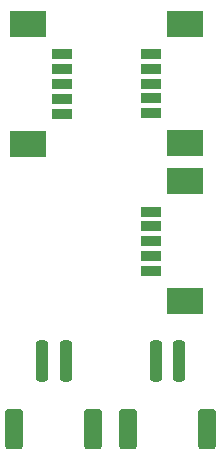
<source format=gbr>
%TF.GenerationSoftware,KiCad,Pcbnew,9.0.1*%
%TF.CreationDate,2025-05-22T11:03:56-04:00*%
%TF.ProjectId,Pneumatactors_1Xiao_PiezoPumps_2Valves,506e6575-6d61-4746-9163-746f72735f31,rev?*%
%TF.SameCoordinates,Original*%
%TF.FileFunction,Paste,Bot*%
%TF.FilePolarity,Positive*%
%FSLAX46Y46*%
G04 Gerber Fmt 4.6, Leading zero omitted, Abs format (unit mm)*
G04 Created by KiCad (PCBNEW 9.0.1) date 2025-05-22 11:03:56*
%MOMM*%
%LPD*%
G01*
G04 APERTURE LIST*
G04 Aperture macros list*
%AMRoundRect*
0 Rectangle with rounded corners*
0 $1 Rounding radius*
0 $2 $3 $4 $5 $6 $7 $8 $9 X,Y pos of 4 corners*
0 Add a 4 corners polygon primitive as box body*
4,1,4,$2,$3,$4,$5,$6,$7,$8,$9,$2,$3,0*
0 Add four circle primitives for the rounded corners*
1,1,$1+$1,$2,$3*
1,1,$1+$1,$4,$5*
1,1,$1+$1,$6,$7*
1,1,$1+$1,$8,$9*
0 Add four rect primitives between the rounded corners*
20,1,$1+$1,$2,$3,$4,$5,0*
20,1,$1+$1,$4,$5,$6,$7,0*
20,1,$1+$1,$6,$7,$8,$9,0*
20,1,$1+$1,$8,$9,$2,$3,0*%
G04 Aperture macros list end*
%ADD10R,3.098800X2.209800*%
%ADD11R,1.701800X0.812800*%
%ADD12RoundRect,0.250001X0.499999X1.449999X-0.499999X1.449999X-0.499999X-1.449999X0.499999X-1.449999X0*%
%ADD13RoundRect,0.250000X0.250000X1.500000X-0.250000X1.500000X-0.250000X-1.500000X0.250000X-1.500000X0*%
G04 APERTURE END LIST*
D10*
%TO.C,J4*%
X43184501Y-50175000D03*
X43184501Y-40075000D03*
D11*
X46084500Y-42625000D03*
X46084500Y-43875000D03*
X46084500Y-45125000D03*
X46084500Y-46375000D03*
X46084500Y-47625000D03*
%TD*%
D12*
%TO.C,J6*%
X51625000Y-74330000D03*
X58325000Y-74330000D03*
D13*
X53975000Y-68580000D03*
X55975000Y-68580000D03*
%TD*%
D10*
%TO.C,J1*%
X56510499Y-40035000D03*
X56510499Y-50135000D03*
D11*
X53610500Y-47585000D03*
X53610500Y-46335000D03*
X53610500Y-45085000D03*
X53610500Y-43835000D03*
X53610500Y-42585000D03*
%TD*%
D12*
%TO.C,J5*%
X42005000Y-74330000D03*
X48705000Y-74330000D03*
D13*
X44355000Y-68580000D03*
X46355000Y-68580000D03*
%TD*%
D10*
%TO.C,J2*%
X56510499Y-53370000D03*
X56510499Y-63470000D03*
D11*
X53610500Y-60920000D03*
X53610500Y-59670000D03*
X53610500Y-58420000D03*
X53610500Y-57170000D03*
X53610500Y-55920000D03*
%TD*%
M02*

</source>
